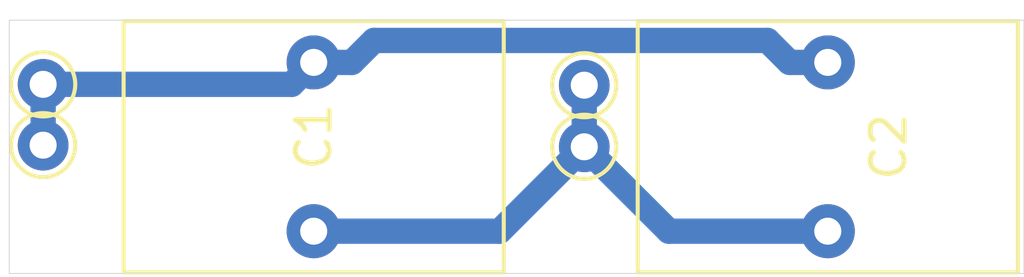
<source format=kicad_pcb>
(kicad_pcb (version 20171130) (host pcbnew "(5.0.1-3-g963ef8bb5)")

  (general
    (thickness 1.6)
    (drawings 4)
    (tracks 13)
    (zones 0)
    (modules 6)
    (nets 3)
  )

  (page A4)
  (layers
    (0 F.Cu signal)
    (31 B.Cu signal)
    (32 B.Adhes user)
    (33 F.Adhes user)
    (34 B.Paste user)
    (35 F.Paste user)
    (36 B.SilkS user)
    (37 F.SilkS user)
    (38 B.Mask user)
    (39 F.Mask user)
    (40 Dwgs.User user)
    (41 Cmts.User user hide)
    (42 Eco1.User user hide)
    (43 Eco2.User user hide)
    (44 Edge.Cuts user)
    (45 Margin user hide)
    (46 B.CrtYd user)
    (47 F.CrtYd user hide)
    (48 B.Fab user)
    (49 F.Fab user hide)
  )

  (setup
    (last_trace_width 0.25)
    (trace_clearance 0.2)
    (zone_clearance 0.508)
    (zone_45_only no)
    (trace_min 0.2)
    (segment_width 0.2)
    (edge_width 0.15)
    (via_size 0.8)
    (via_drill 0.4)
    (via_min_size 0.4)
    (via_min_drill 0.3)
    (uvia_size 0.3)
    (uvia_drill 0.1)
    (uvias_allowed no)
    (uvia_min_size 0.2)
    (uvia_min_drill 0.1)
    (pcb_text_width 0.3)
    (pcb_text_size 1.5 1.5)
    (mod_edge_width 0.15)
    (mod_text_size 1 1)
    (mod_text_width 0.15)
    (pad_size 1.5 1.5)
    (pad_drill 0.8)
    (pad_to_mask_clearance 0.051)
    (solder_mask_min_width 0.25)
    (aux_axis_origin 0 0)
    (visible_elements FFFFFF7F)
    (pcbplotparams
      (layerselection 0x010fc_ffffffff)
      (usegerberextensions false)
      (usegerberattributes false)
      (usegerberadvancedattributes false)
      (creategerberjobfile false)
      (excludeedgelayer true)
      (linewidth 0.100000)
      (plotframeref false)
      (viasonmask false)
      (mode 1)
      (useauxorigin false)
      (hpglpennumber 1)
      (hpglpenspeed 20)
      (hpglpendiameter 15.000000)
      (psnegative false)
      (psa4output false)
      (plotreference true)
      (plotvalue true)
      (plotinvisibletext false)
      (padsonsilk false)
      (subtractmaskfromsilk false)
      (outputformat 1)
      (mirror false)
      (drillshape 1)
      (scaleselection 1)
      (outputdirectory ""))
  )

  (net 0 "")
  (net 1 "Net-(C1-Pad1)")
  (net 2 "Net-(C1-Pad2)")

  (net_class Default "This is the default net class."
    (clearance 0.2)
    (trace_width 0.25)
    (via_dia 0.8)
    (via_drill 0.4)
    (uvia_dia 0.3)
    (uvia_drill 0.1)
  )

  (net_class trk50 ""
    (clearance 0.2)
    (trace_width 0.5)
    (via_dia 0.8)
    (via_drill 0.4)
    (uvia_dia 0.3)
    (uvia_drill 0.1)
  )

  (net_class trk75 ""
    (clearance 0.2)
    (trace_width 0.75)
    (via_dia 0.8)
    (via_drill 0.4)
    (uvia_dia 0.3)
    (uvia_drill 0.1)
    (add_net "Net-(C1-Pad1)")
    (add_net "Net-(C1-Pad2)")
  )

  (module Capacitor_THT:C_Rect_L7.2mm_W11.0mm_P5.00mm_FKS2_FKP2_MKS2_MKP2 (layer F.Cu) (tedit 5AE50EF0) (tstamp 5C96FE7A)
    (at 69 121.5 270)
    (descr "C, Rect series, Radial, pin pitch=5.00mm, , length*width=7.2*11mm^2, Capacitor, http://www.wima.com/EN/WIMA_FKS_2.pdf")
    (tags "C Rect series Radial pin pitch 5.00mm  length 7.2mm width 11mm Capacitor")
    (path /5C8A86EA)
    (fp_text reference C1 (at 2.2 0 270) (layer F.SilkS)
      (effects (font (size 1 1) (thickness 0.15)))
    )
    (fp_text value 10 (at 2.5 6.75 270) (layer F.Fab)
      (effects (font (size 1 1) (thickness 0.15)))
    )
    (fp_line (start -1.1 -5.5) (end -1.1 5.5) (layer F.Fab) (width 0.1))
    (fp_line (start -1.1 5.5) (end 6.1 5.5) (layer F.Fab) (width 0.1))
    (fp_line (start 6.1 5.5) (end 6.1 -5.5) (layer F.Fab) (width 0.1))
    (fp_line (start 6.1 -5.5) (end -1.1 -5.5) (layer F.Fab) (width 0.1))
    (fp_line (start -1.22 -5.62) (end 6.22 -5.62) (layer F.SilkS) (width 0.12))
    (fp_line (start -1.22 5.62) (end 6.22 5.62) (layer F.SilkS) (width 0.12))
    (fp_line (start -1.22 -5.62) (end -1.22 5.62) (layer F.SilkS) (width 0.12))
    (fp_line (start 6.22 -5.62) (end 6.22 5.62) (layer F.SilkS) (width 0.12))
    (fp_line (start -1.35 -5.75) (end -1.35 5.75) (layer F.CrtYd) (width 0.05))
    (fp_line (start -1.35 5.75) (end 6.35 5.75) (layer F.CrtYd) (width 0.05))
    (fp_line (start 6.35 5.75) (end 6.35 -5.75) (layer F.CrtYd) (width 0.05))
    (fp_line (start 6.35 -5.75) (end -1.35 -5.75) (layer F.CrtYd) (width 0.05))
    (fp_text user %R (at 2.5 0 270) (layer F.Fab)
      (effects (font (size 1 1) (thickness 0.15)))
    )
    (pad 1 thru_hole circle (at 0 0 270) (size 1.6 1.6) (drill 0.8) (layers *.Cu *.Mask)
      (net 1 "Net-(C1-Pad1)"))
    (pad 2 thru_hole circle (at 5 0 270) (size 1.6 1.6) (drill 0.8) (layers *.Cu *.Mask)
      (net 2 "Net-(C1-Pad2)"))
    (model ${KISYS3DMOD}/Capacitor_THT.3dshapes/C_Rect_L7.2mm_W11.0mm_P5.00mm_FKS2_FKP2_MKS2_MKP2.wrl
      (at (xyz 0 0 0))
      (scale (xyz 1 1 1))
      (rotate (xyz 0 0 0))
    )
  )

  (module Capacitor_THT:C_Rect_L7.2mm_W11.0mm_P5.00mm_FKS2_FKP2_MKS2_MKP2 (layer F.Cu) (tedit 5AE50EF0) (tstamp 5C96FE8D)
    (at 84.2 121.5 270)
    (descr "C, Rect series, Radial, pin pitch=5.00mm, , length*width=7.2*11mm^2, Capacitor, http://www.wima.com/EN/WIMA_FKS_2.pdf")
    (tags "C Rect series Radial pin pitch 5.00mm  length 7.2mm width 11mm Capacitor")
    (path /5C8A8923)
    (fp_text reference C2 (at 2.5 -1.8 270) (layer F.SilkS)
      (effects (font (size 1 1) (thickness 0.15)))
    )
    (fp_text value 10 (at 2.5 6.75 270) (layer F.Fab)
      (effects (font (size 1 1) (thickness 0.15)))
    )
    (fp_text user %R (at 2.5 0 270) (layer F.Fab)
      (effects (font (size 1 1) (thickness 0.15)))
    )
    (fp_line (start 6.35 -5.75) (end -1.35 -5.75) (layer F.CrtYd) (width 0.05))
    (fp_line (start 6.35 5.75) (end 6.35 -5.75) (layer F.CrtYd) (width 0.05))
    (fp_line (start -1.35 5.75) (end 6.35 5.75) (layer F.CrtYd) (width 0.05))
    (fp_line (start -1.35 -5.75) (end -1.35 5.75) (layer F.CrtYd) (width 0.05))
    (fp_line (start 6.22 -5.62) (end 6.22 5.62) (layer F.SilkS) (width 0.12))
    (fp_line (start -1.22 -5.62) (end -1.22 5.62) (layer F.SilkS) (width 0.12))
    (fp_line (start -1.22 5.62) (end 6.22 5.62) (layer F.SilkS) (width 0.12))
    (fp_line (start -1.22 -5.62) (end 6.22 -5.62) (layer F.SilkS) (width 0.12))
    (fp_line (start 6.1 -5.5) (end -1.1 -5.5) (layer F.Fab) (width 0.1))
    (fp_line (start 6.1 5.5) (end 6.1 -5.5) (layer F.Fab) (width 0.1))
    (fp_line (start -1.1 5.5) (end 6.1 5.5) (layer F.Fab) (width 0.1))
    (fp_line (start -1.1 -5.5) (end -1.1 5.5) (layer F.Fab) (width 0.1))
    (pad 2 thru_hole circle (at 5 0 270) (size 1.6 1.6) (drill 0.8) (layers *.Cu *.Mask)
      (net 2 "Net-(C1-Pad2)"))
    (pad 1 thru_hole circle (at 0 0 270) (size 1.6 1.6) (drill 0.8) (layers *.Cu *.Mask)
      (net 1 "Net-(C1-Pad1)"))
    (model ${KISYS3DMOD}/Capacitor_THT.3dshapes/C_Rect_L7.2mm_W11.0mm_P5.00mm_FKS2_FKP2_MKS2_MKP2.wrl
      (at (xyz 0 0 0))
      (scale (xyz 1 1 1))
      (rotate (xyz 0 0 0))
    )
  )

  (module TestPoint:TestPoint_THTPad_D1.5mm_Drill0.7mm (layer F.Cu) (tedit 5CE467C1) (tstamp 5CB7BFBA)
    (at 61 123.952)
    (descr "THT pad as test Point, diameter 1.5mm, hole diameter 0.7mm")
    (tags "test point THT pad")
    (path /5C8A8A73)
    (attr virtual)
    (fp_text reference J1 (at 0 -1.648) (layer F.SilkS) hide
      (effects (font (size 1 1) (thickness 0.15)))
    )
    (fp_text value Conn_01x01 (at 0 1.75) (layer F.Fab)
      (effects (font (size 1 1) (thickness 0.15)))
    )
    (fp_text user %R (at 0 -1.65) (layer F.Fab)
      (effects (font (size 1 1) (thickness 0.15)))
    )
    (fp_circle (center 0 0) (end 1.25 0) (layer F.CrtYd) (width 0.05))
    (fp_circle (center 0 0) (end 0 0.95) (layer F.SilkS) (width 0.12))
    (pad 1 thru_hole circle (at 0 0) (size 1.5 1.5) (drill 0.8) (layers *.Cu *.Mask)
      (net 1 "Net-(C1-Pad1)"))
  )

  (module TestPoint:TestPoint_THTPad_D1.5mm_Drill0.7mm (layer F.Cu) (tedit 5CE467CB) (tstamp 5CE46715)
    (at 77 122.175)
    (descr "THT pad as test Point, diameter 1.5mm, hole diameter 0.7mm")
    (tags "test point THT pad")
    (path /5C8A8B53)
    (attr virtual)
    (fp_text reference J3 (at 0 -1.648) (layer F.SilkS) hide
      (effects (font (size 1 1) (thickness 0.15)))
    )
    (fp_text value Conn_01x01 (at 0 1.75) (layer F.Fab)
      (effects (font (size 1 1) (thickness 0.15)))
    )
    (fp_circle (center 0 0) (end 0 0.95) (layer F.SilkS) (width 0.12))
    (fp_circle (center 0 0) (end 1.25 0) (layer F.CrtYd) (width 0.05))
    (fp_text user %R (at 0 -1.65) (layer F.Fab)
      (effects (font (size 1 1) (thickness 0.15)))
    )
    (pad 1 thru_hole circle (at 0 0) (size 1.5 1.5) (drill 0.8) (layers *.Cu *.Mask)
      (net 2 "Net-(C1-Pad2)"))
  )

  (module TestPoint:TestPoint_THTPad_D1.5mm_Drill0.7mm (layer F.Cu) (tedit 5CE467B6) (tstamp 5CB7C104)
    (at 61 122.15)
    (descr "THT pad as test Point, diameter 1.5mm, hole diameter 0.7mm")
    (tags "test point THT pad")
    (path /5CB7C0D8)
    (attr virtual)
    (fp_text reference J2 (at 0 -1.648) (layer F.SilkS) hide
      (effects (font (size 1 1) (thickness 0.15)))
    )
    (fp_text value Conn_01x01 (at 0 1.75) (layer F.Fab)
      (effects (font (size 1 1) (thickness 0.15)))
    )
    (fp_text user %R (at 0 -1.65) (layer F.Fab)
      (effects (font (size 1 1) (thickness 0.15)))
    )
    (fp_circle (center 0 0) (end 1.25 0) (layer F.CrtYd) (width 0.05))
    (fp_circle (center 0 0) (end 0 0.95) (layer F.SilkS) (width 0.12))
    (pad 1 thru_hole circle (at 0 0) (size 1.5 1.5) (drill 0.8) (layers *.Cu *.Mask)
      (net 1 "Net-(C1-Pad1)"))
  )

  (module TestPoint:TestPoint_THTPad_D1.5mm_Drill0.7mm (layer F.Cu) (tedit 5CE467DA) (tstamp 5CB7C10C)
    (at 77 124)
    (descr "THT pad as test Point, diameter 1.5mm, hole diameter 0.7mm")
    (tags "test point THT pad")
    (path /5CB7C107)
    (attr virtual)
    (fp_text reference J4 (at 0 -1.648) (layer F.SilkS) hide
      (effects (font (size 1 1) (thickness 0.15)))
    )
    (fp_text value Conn_01x01 (at 0 1.75) (layer F.Fab)
      (effects (font (size 1 1) (thickness 0.15)))
    )
    (fp_circle (center 0 0) (end 0 0.95) (layer F.SilkS) (width 0.12))
    (fp_circle (center 0 0) (end 1.25 0) (layer F.CrtYd) (width 0.05))
    (fp_text user %R (at 0 -1.65) (layer F.Fab)
      (effects (font (size 1 1) (thickness 0.15)))
    )
    (pad 1 thru_hole circle (at 0 0) (size 1.5 1.5) (drill 0.8) (layers *.Cu *.Mask)
      (net 2 "Net-(C1-Pad2)"))
  )

  (gr_line (start 60 127.75) (end 90 127.75) (layer Edge.Cuts) (width 0.0254))
  (gr_line (start 90 120.25) (end 60 120.25) (layer Edge.Cuts) (width 0.0254))
  (gr_line (start 90 127.75) (end 90 120.25) (layer Edge.Cuts) (width 0.0254))
  (gr_line (start 60 120.25) (end 60 127.75) (layer Edge.Cuts) (width 0.0254))

  (segment (start 70.781371 120.849999) (end 70.13137 121.5) (width 0.75) (layer B.Cu) (net 1))
  (segment (start 82.418629 120.849999) (end 70.781371 120.849999) (width 0.75) (layer B.Cu) (net 1))
  (segment (start 83.06863 121.5) (end 82.418629 120.849999) (width 0.75) (layer B.Cu) (net 1))
  (segment (start 70.13137 121.5) (end 69 121.5) (width 0.75) (layer B.Cu) (net 1))
  (segment (start 84.2 121.5) (end 83.06863 121.5) (width 0.75) (layer B.Cu) (net 1))
  (segment (start 61 123.952) (end 61 122.15) (width 0.75) (layer B.Cu) (net 1))
  (segment (start 68.35 122.15) (end 69 121.5) (width 0.75) (layer B.Cu) (net 1))
  (segment (start 61 122.15) (end 68.35 122.15) (width 0.75) (layer B.Cu) (net 1))
  (segment (start 79.5 126.5) (end 77 124) (width 0.75) (layer B.Cu) (net 2))
  (segment (start 84.2 126.5) (end 79.5 126.5) (width 0.75) (layer B.Cu) (net 2))
  (segment (start 74.5 126.5) (end 77 124) (width 0.75) (layer B.Cu) (net 2))
  (segment (start 69 126.5) (end 74.5 126.5) (width 0.75) (layer B.Cu) (net 2))
  (segment (start 77 124) (end 77 122.175) (width 0.75) (layer B.Cu) (net 2))

)

</source>
